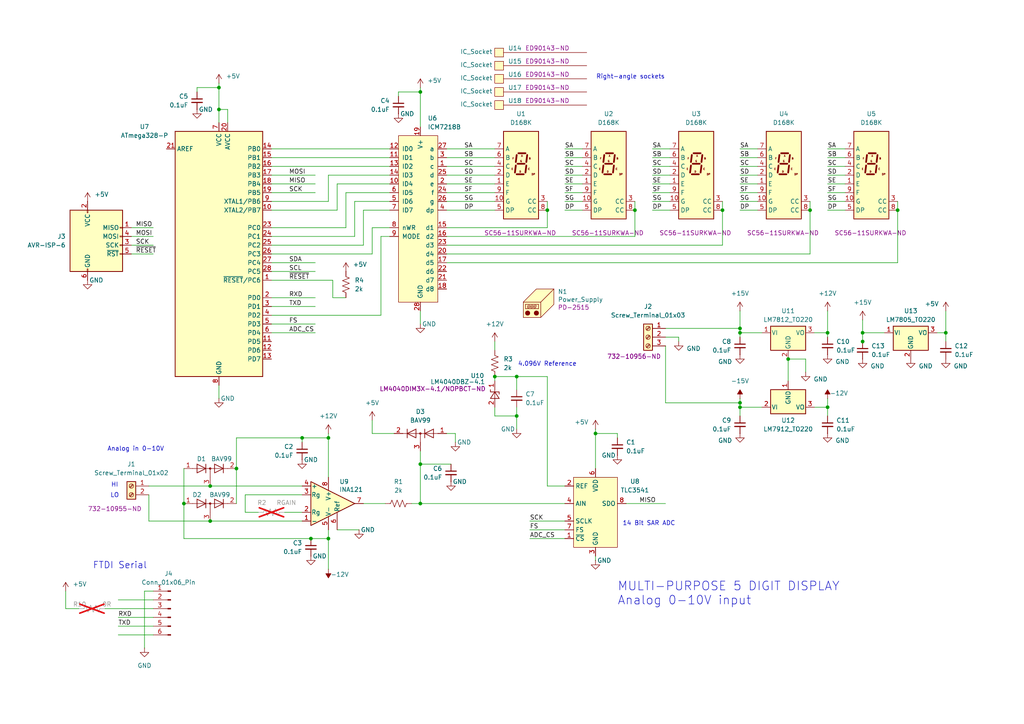
<source format=kicad_sch>
(kicad_sch (version 20250114) (generator "eeschema") (generator_version "9.0")
  (paper "A4")
  (text "14 Bit SAR ADC" (at 188.214 151.892 0) (effects (font (size 1.27 1.27))))
  (text "FTDI Serial" (at 34.798 164.084 0) (effects (font (size 1.905 1.905))))
  (text "LO" (at 33.274 143.764 0) (effects (font (size 1.27 1.27))))
  (text "HI" (at 33.274 140.716 0) (effects (font (size 1.27 1.27))))
  (text "Analog in 0-10V" (at 39.37 130.302 0) (effects (font (size 1.27 1.27))))
  (text "MULTI-PURPOSE 5 DIGIT DISPLAY\nAnalog 0-10V input" (at 179.07 172.212 0) (effects (font (size 2.54 2.54)) (justify left)))
  (text "4.096V Reference" (at 158.75 105.664 0) (effects (font (size 1.27 1.27))))
  (text "Right-angle sockets" (at 182.88 22.352 0) (effects (font (size 1.27 1.27))))
  (junction (at 95.25 156.21))
  (junction (at 90.17 156.21))
  (junction (at 228.6 104.14))
  (junction (at 250.19 96.52))
  (junction (at 214.63 95.25))
  (junction (at 121.92 134.62))
  (junction (at 234.95 60.96))
  (junction (at 60.96 151.13))
  (junction (at 149.86 109.22))
  (junction (at 240.03 118.11))
  (junction (at 214.63 96.52))
  (junction (at 172.72 125.73))
  (junction (at 184.15 60.96))
  (junction (at 63.5 31.75))
  (junction (at 53.34 146.05))
  (junction (at 274.32 96.52))
  (junction (at 143.51 109.22))
  (junction (at 60.96 140.97))
  (junction (at 95.25 127))
  (junction (at 149.86 120.65))
  (junction (at 209.55 60.96))
  (junction (at 250.19 99.06))
  (junction (at 63.5 25.4))
  (junction (at 121.92 26.67))
  (junction (at 214.63 118.11))
  (junction (at 158.75 60.96))
  (junction (at 68.58 135.89))
  (junction (at 121.92 146.05))
  (junction (at 240.03 96.52))
  (junction (at 260.35 60.96))
  (junction (at 87.63 127))
  (junction (at 214.63 116.84))
  (wire (pts (xy 240.03 115.57) (xy 240.03 118.11)))
  (wire (pts (xy 240.03 120.65) (xy 240.03 118.11)))
  (wire (pts (xy 97.79 60.96) (xy 97.79 53.34)))
  (wire (pts (xy 87.63 127) (xy 68.58 127)))
  (wire (pts (xy 129.54 66.04) (xy 158.75 66.04)))
  (wire (pts (xy 240.03 96.52) (xy 236.22 96.52)))
  (wire (pts (xy 95.25 127) (xy 87.63 127)))
  (wire (pts (xy 57.15 25.4) (xy 57.15 26.67)))
  (wire (pts (xy 63.5 31.75) (xy 63.5 35.56)))
  (wire (pts (xy 193.04 97.79) (xy 196.85 97.79)))
  (wire (pts (xy 102.87 58.42) (xy 113.03 58.42)))
  (wire (pts (xy 53.34 135.89) (xy 53.34 146.05)))
  (wire (pts (xy 250.19 96.52) (xy 256.54 96.52)))
  (wire (pts (xy 234.95 58.42) (xy 234.95 60.96)))
  (wire (pts (xy 181.61 146.05) (xy 193.04 146.05)))
  (wire (pts (xy 102.87 68.58) (xy 102.87 58.42)))
  (wire (pts (xy 189.23 60.96) (xy 194.31 60.96)))
  (wire (pts (xy 214.63 120.65) (xy 214.63 118.11)))
  (wire (pts (xy 214.63 116.84) (xy 214.63 118.11)))
  (wire (pts (xy 163.83 60.96) (xy 168.91 60.96)))
  (wire (pts (xy 274.32 90.17) (xy 274.32 96.52)))
  (wire (pts (xy 78.74 66.04) (xy 100.33 66.04)))
  (wire (pts (xy 66.04 35.56) (xy 66.04 31.75)))
  (wire (pts (xy 78.74 53.34) (xy 91.44 53.34)))
  (wire (pts (xy 240.03 118.11) (xy 236.22 118.11)))
  (wire (pts (xy 240.03 58.42) (xy 245.11 58.42)))
  (wire (pts (xy 129.54 58.42) (xy 143.51 58.42)))
  (wire (pts (xy 115.57 26.67) (xy 115.57 27.94)))
  (wire (pts (xy 214.63 48.26) (xy 219.71 48.26)))
  (wire (pts (xy 105.41 60.96) (xy 113.03 60.96)))
  (wire (pts (xy 60.96 140.97) (xy 87.63 140.97)))
  (wire (pts (xy 228.6 104.14) (xy 233.68 104.14)))
  (wire (pts (xy 149.86 109.22) (xy 158.75 109.22)))
  (wire (pts (xy 193.04 116.84) (xy 214.63 116.84)))
  (wire (pts (xy 19.05 171.45) (xy 19.05 176.53)))
  (wire (pts (xy 143.51 120.65) (xy 143.51 118.11)))
  (wire (pts (xy 63.5 25.4) (xy 63.5 31.75)))
  (wire (pts (xy 129.54 60.96) (xy 143.51 60.96)))
  (wire (pts (xy 100.33 66.04) (xy 100.33 55.88)))
  (wire (pts (xy 105.41 71.12) (xy 105.41 60.96)))
  (wire (pts (xy 163.83 53.34) (xy 168.91 53.34)))
  (wire (pts (xy 250.19 96.52) (xy 250.19 99.06)))
  (wire (pts (xy 41.91 171.45) (xy 41.91 187.96)))
  (wire (pts (xy 78.74 68.58) (xy 102.87 68.58)))
  (wire (pts (xy 44.45 171.45) (xy 41.91 171.45)))
  (wire (pts (xy 110.49 68.58) (xy 110.49 91.44)))
  (wire (pts (xy 129.54 45.72) (xy 143.51 45.72)))
  (wire (pts (xy 214.63 95.25) (xy 214.63 96.52)))
  (wire (pts (xy 87.63 143.51) (xy 71.12 143.51)))
  (wire (pts (xy 189.23 53.34) (xy 194.31 53.34)))
  (wire (pts (xy 78.74 60.96) (xy 97.79 60.96)))
  (wire (pts (xy 240.03 97.79) (xy 240.03 96.52)))
  (wire (pts (xy 63.5 111.76) (xy 63.5 115.57)))
  (wire (pts (xy 78.74 43.18) (xy 113.03 43.18)))
  (wire (pts (xy 228.6 104.14) (xy 228.6 110.49)))
  (wire (pts (xy 121.92 130.81) (xy 121.92 134.62)))
  (wire (pts (xy 129.54 43.18) (xy 143.51 43.18)))
  (wire (pts (xy 214.63 53.34) (xy 219.71 53.34)))
  (wire (pts (xy 121.92 146.05) (xy 163.83 146.05)))
  (wire (pts (xy 78.74 55.88) (xy 91.44 55.88)))
  (wire (pts (xy 214.63 58.42) (xy 219.71 58.42)))
  (wire (pts (xy 43.18 151.13) (xy 60.96 151.13)))
  (wire (pts (xy 184.15 58.42) (xy 184.15 60.96)))
  (wire (pts (xy 129.54 68.58) (xy 184.15 68.58)))
  (wire (pts (xy 132.08 125.73) (xy 132.08 128.27)))
  (wire (pts (xy 78.74 93.98) (xy 91.44 93.98)))
  (wire (pts (xy 78.74 88.9) (xy 91.44 88.9)))
  (wire (pts (xy 34.29 184.15) (xy 44.45 184.15)))
  (wire (pts (xy 66.04 31.75) (xy 63.5 31.75)))
  (wire (pts (xy 163.83 58.42) (xy 168.91 58.42)))
  (wire (pts (xy 149.86 109.22) (xy 149.86 113.03)))
  (wire (pts (xy 90.17 156.21) (xy 95.25 156.21)))
  (wire (pts (xy 38.1 68.58) (xy 44.45 68.58)))
  (wire (pts (xy 189.23 58.42) (xy 194.31 58.42)))
  (wire (pts (xy 95.25 58.42) (xy 95.25 50.8)))
  (wire (pts (xy 68.58 127) (xy 68.58 135.89)))
  (wire (pts (xy 78.74 73.66) (xy 107.95 73.66)))
  (wire (pts (xy 209.55 58.42) (xy 209.55 60.96)))
  (wire (pts (xy 30.48 176.53) (xy 44.45 176.53)))
  (wire (pts (xy 121.92 134.62) (xy 121.92 146.05)))
  (wire (pts (xy 209.55 60.96) (xy 209.55 71.12)))
  (wire (pts (xy 107.95 121.92) (xy 107.95 125.73)))
  (wire (pts (xy 78.74 45.72) (xy 113.03 45.72)))
  (wire (pts (xy 121.92 26.67) (xy 121.92 36.83)))
  (wire (pts (xy 95.25 50.8) (xy 113.03 50.8)))
  (wire (pts (xy 71.12 148.59) (xy 74.93 148.59)))
  (wire (pts (xy 240.03 55.88) (xy 245.11 55.88)))
  (wire (pts (xy 34.29 179.07) (xy 44.45 179.07)))
  (wire (pts (xy 158.75 58.42) (xy 158.75 60.96)))
  (wire (pts (xy 121.92 25.4) (xy 121.92 26.67)))
  (wire (pts (xy 193.04 95.25) (xy 214.63 95.25)))
  (wire (pts (xy 63.5 24.13) (xy 63.5 25.4)))
  (wire (pts (xy 78.74 71.12) (xy 105.41 71.12)))
  (wire (pts (xy 189.23 55.88) (xy 194.31 55.88)))
  (wire (pts (xy 129.54 53.34) (xy 143.51 53.34)))
  (wire (pts (xy 189.23 43.18) (xy 194.31 43.18)))
  (wire (pts (xy 43.18 143.51) (xy 43.18 151.13)))
  (wire (pts (xy 163.83 55.88) (xy 168.91 55.88)))
  (wire (pts (xy 38.1 66.04) (xy 44.45 66.04)))
  (wire (pts (xy 60.96 151.13) (xy 87.63 151.13)))
  (wire (pts (xy 189.23 50.8) (xy 194.31 50.8)))
  (wire (pts (xy 121.92 90.17) (xy 121.92 93.98)))
  (wire (pts (xy 179.07 125.73) (xy 179.07 127)))
  (wire (pts (xy 129.54 125.73) (xy 132.08 125.73)))
  (wire (pts (xy 240.03 48.26) (xy 245.11 48.26)))
  (wire (pts (xy 107.95 66.04) (xy 113.03 66.04)))
  (wire (pts (xy 184.15 60.96) (xy 184.15 68.58)))
  (wire (pts (xy 143.51 109.22) (xy 149.86 109.22)))
  (wire (pts (xy 143.51 120.65) (xy 149.86 120.65)))
  (wire (pts (xy 63.5 25.4) (xy 57.15 25.4)))
  (wire (pts (xy 38.1 71.12) (xy 44.45 71.12)))
  (wire (pts (xy 172.72 125.73) (xy 172.72 135.89)))
  (wire (pts (xy 214.63 115.57) (xy 214.63 116.84)))
  (wire (pts (xy 149.86 118.11) (xy 149.86 120.65)))
  (wire (pts (xy 105.41 146.05) (xy 111.76 146.05)))
  (wire (pts (xy 97.79 153.67) (xy 104.14 153.67)))
  (wire (pts (xy 19.05 176.53) (xy 22.86 176.53)))
  (wire (pts (xy 214.63 45.72) (xy 219.71 45.72)))
  (wire (pts (xy 214.63 55.88) (xy 219.71 55.88)))
  (wire (pts (xy 172.72 124.46) (xy 172.72 125.73)))
  (wire (pts (xy 153.67 153.67) (xy 163.83 153.67)))
  (wire (pts (xy 129.54 55.88) (xy 143.51 55.88)))
  (wire (pts (xy 214.63 60.96) (xy 219.71 60.96)))
  (wire (pts (xy 163.83 45.72) (xy 168.91 45.72)))
  (wire (pts (xy 121.92 134.62) (xy 130.81 134.62)))
  (wire (pts (xy 119.38 146.05) (xy 121.92 146.05)))
  (wire (pts (xy 240.03 60.96) (xy 245.11 60.96)))
  (wire (pts (xy 214.63 118.11) (xy 220.98 118.11)))
  (wire (pts (xy 250.19 99.06) (xy 250.19 99.1438)))
  (wire (pts (xy 189.23 45.72) (xy 194.31 45.72)))
  (wire (pts (xy 107.95 125.73) (xy 114.3 125.73)))
  (wire (pts (xy 110.49 91.44) (xy 78.74 91.44)))
  (wire (pts (xy 214.63 97.79) (xy 214.63 96.52)))
  (wire (pts (xy 158.75 109.22) (xy 158.75 140.97)))
  (wire (pts (xy 96.52 86.36) (xy 100.33 86.36)))
  (wire (pts (xy 95.25 127) (xy 95.25 138.43)))
  (wire (pts (xy 163.83 48.26) (xy 168.91 48.26)))
  (wire (pts (xy 96.52 81.28) (xy 96.52 86.36)))
  (wire (pts (xy 143.51 110.49) (xy 143.51 109.22)))
  (wire (pts (xy 78.74 76.2) (xy 91.44 76.2)))
  (wire (pts (xy 153.67 151.13) (xy 163.83 151.13)))
  (wire (pts (xy 214.63 96.52) (xy 220.98 96.52)))
  (wire (pts (xy 34.29 181.61) (xy 44.45 181.61)))
  (wire (pts (xy 97.79 53.34) (xy 113.03 53.34)))
  (wire (pts (xy 53.34 156.21) (xy 90.17 156.21)))
  (wire (pts (xy 153.67 156.21) (xy 163.83 156.21)))
  (wire (pts (xy 129.54 73.66) (xy 234.95 73.66)))
  (wire (pts (xy 129.54 71.12) (xy 209.55 71.12)))
  (wire (pts (xy 172.72 125.73) (xy 179.07 125.73)))
  (wire (pts (xy 129.54 48.26) (xy 143.51 48.26)))
  (wire (pts (xy 196.85 97.79) (xy 196.85 99.06)))
  (wire (pts (xy 71.12 143.51) (xy 71.12 148.59)))
  (wire (pts (xy 87.63 127) (xy 87.63 128.27)))
  (wire (pts (xy 34.29 173.99) (xy 44.45 173.99)))
  (wire (pts (xy 233.68 104.14) (xy 233.68 107.95)))
  (wire (pts (xy 271.78 96.52) (xy 274.32 96.52)))
  (wire (pts (xy 78.74 58.42) (xy 95.25 58.42)))
  (wire (pts (xy 82.55 148.59) (xy 87.63 148.59)))
  (wire (pts (xy 78.74 96.52) (xy 91.44 96.52)))
  (wire (pts (xy 95.25 156.21) (xy 95.25 153.67)))
  (wire (pts (xy 260.35 60.96) (xy 260.35 76.2)))
  (wire (pts (xy 163.83 43.18) (xy 168.91 43.18)))
  (wire (pts (xy 78.74 86.36) (xy 91.44 86.36)))
  (wire (pts (xy 95.25 125.73) (xy 95.25 127)))
  (wire (pts (xy 43.18 140.97) (xy 60.96 140.97)))
  (wire (pts (xy 68.58 135.89) (xy 68.58 146.05)))
  (wire (pts (xy 158.75 60.96) (xy 158.75 66.04)))
  (wire (pts (xy 234.95 60.96) (xy 234.95 73.66)))
  (wire (pts (xy 240.03 50.8) (xy 245.11 50.8)))
  (wire (pts (xy 113.03 68.58) (xy 110.49 68.58)))
  (wire (pts (xy 78.74 81.28) (xy 96.52 81.28)))
  (wire (pts (xy 38.1 73.66) (xy 44.45 73.66)))
  (wire (pts (xy 78.74 48.26) (xy 113.03 48.26)))
  (wire (pts (xy 143.51 99.06) (xy 143.51 101.6)))
  (wire (pts (xy 260.35 58.42) (xy 260.35 60.96)))
  (wire (pts (xy 193.04 100.33) (xy 193.04 116.84)))
  (wire (pts (xy 189.23 48.26) (xy 194.31 48.26)))
  (wire (pts (xy 107.95 73.66) (xy 107.95 66.04)))
  (wire (pts (xy 100.33 55.88) (xy 113.03 55.88)))
  (wire (pts (xy 129.54 50.8) (xy 143.51 50.8)))
  (wire (pts (xy 240.03 45.72) (xy 245.11 45.72)))
  (wire (pts (xy 240.03 53.34) (xy 245.11 53.34)))
  (wire (pts (xy 121.92 26.67) (xy 115.57 26.67)))
  (wire (pts (xy 78.74 50.8) (xy 91.44 50.8)))
  (wire (pts (xy 158.75 140.97) (xy 163.83 140.97)))
  (wire (pts (xy 250.19 92.7938) (xy 250.19 96.52)))
  (wire (pts (xy 214.63 90.17) (xy 214.63 95.25)))
  (wire (pts (xy 78.74 78.74) (xy 91.44 78.74)))
  (wire (pts (xy 240.03 90.17) (xy 240.03 96.52)))
  (wire (pts (xy 214.63 50.8) (xy 219.71 50.8)))
  (wire (pts (xy 214.63 43.18) (xy 219.71 43.18)))
  (wire (pts (xy 163.83 50.8) (xy 168.91 50.8)))
  (wire (pts (xy 274.32 99.06) (xy 274.32 96.52)))
  (wire (pts (xy 240.03 43.18) (xy 245.11 43.18)))
  (wire (pts (xy 129.54 76.2) (xy 260.35 76.2)))
  (wire (pts (xy 53.34 146.05) (xy 53.34 156.21)))
  (wire (pts (xy 149.86 120.65) (xy 149.86 124.46)))
  (wire (pts (xy 172.72 161.29) (xy 172.72 162.56)))
  (wire (pts (xy 95.25 165.1) (xy 95.25 156.21)))
  (label "DP" (at 189.23 60.96 0))
  (label "SB" (at 134.62 45.72 0))
  (label "TXD" (at 34.29 181.61 0))
  (label "RXD" (at 83.82 86.36 0))
  (label "DP" (at 134.62 60.96 0))
  (label "SE" (at 214.63 53.34 0))
  (label "~{RESET}" (at 83.82 81.28 0))
  (label "SG" (at 134.62 58.42 0))
  (label "SD" (at 163.83 50.8 0))
  (label "FS" (at 153.67 153.67 0))
  (label "SE" (at 189.23 53.34 0))
  (label "MOSI" (at 83.82 50.8 0))
  (label "RXD" (at 34.29 179.07 0))
  (label "SE" (at 240.03 53.34 0))
  (label "SCK" (at 153.67 151.13 0))
  (label "DP" (at 214.63 60.96 0))
  (label "ADC_CS" (at 83.82 96.52 0))
  (label "SE" (at 163.83 53.34 0))
  (label "SG" (at 163.83 58.42 0))
  (label "SCK" (at 39.37 71.12 0))
  (label "SD" (at 240.03 50.8 0))
  (label "SE" (at 134.62 53.34 0))
  (label "SC" (at 214.63 48.26 0))
  (label "SD" (at 189.23 50.8 0))
  (label "SG" (at 240.03 58.42 0))
  (label "MOSI" (at 39.37 68.58 0))
  (label "FS" (at 83.82 93.98 0))
  (label "DP" (at 240.03 60.96 0))
  (label "SA" (at 214.63 43.18 0))
  (label "SA" (at 240.03 43.18 0))
  (label "SF" (at 163.83 55.88 0))
  (label "SF" (at 214.63 55.88 0))
  (label "TXD" (at 83.82 88.9 0))
  (label "SA" (at 163.83 43.18 0))
  (label "SB" (at 189.23 45.72 0))
  (label "SCL" (at 83.82 78.74 0))
  (label "SF" (at 240.03 55.88 0))
  (label "SG" (at 189.23 58.42 0))
  (label "SC" (at 189.23 48.26 0))
  (label "SA" (at 134.62 43.18 0))
  (label "SA" (at 189.23 43.18 0))
  (label "SC" (at 134.62 48.26 0))
  (label "SD" (at 214.63 50.8 0))
  (label "ADC_CS" (at 153.67 156.21 0))
  (label "SG" (at 214.63 58.42 0))
  (label "SC" (at 240.03 48.26 0))
  (label "MISO" (at 39.37 66.04 0))
  (label "MISO" (at 185.42 146.05 0))
  (label "DP" (at 163.83 60.96 0))
  (label "SB" (at 163.83 45.72 0))
  (label "SD" (at 134.62 50.8 0))
  (label "SDA" (at 83.82 76.2 0))
  (label "SF" (at 134.62 55.88 0))
  (label "SF" (at 189.23 55.88 0))
  (label "SB" (at 214.63 45.72 0))
  (label "~{RESET}" (at 39.37 73.66 0))
  (label "SC" (at 163.83 48.26 0))
  (label "MISO" (at 83.82 53.34 0))
  (label "SCK" (at 83.82 55.88 0))
  (label "SB" (at 240.03 45.72 0))
  (symbol (lib_id "power:+5V") (at 25.4 58.42 0) (unit 1)
    (property "Reference" "#PWR036" (effects (hide yes)))
    (property "Value" "+5V" (at 29.464 56.388 0))
    (property "Description" "Power symbol creates a global label with name \"+5V\"" (effects (hide yes)))
  )
  (symbol (lib_id "power:GND") (at 57.15 31.75 0) (unit 1)
    (property "Reference" "#PWR014" (effects (hide yes)))
    (property "Value" "GND" (at 59.69 31.75 0))
    (property "Description" "Power symbol creates a global label with name \"GND\" , ground" (effects (hide yes)))
  )
  (symbol (lib_id "power:GND") (at 87.63 133.35 0) (unit 1)
    (property "Reference" "#PWR08" (effects (hide yes)))
    (property "Value" "GND" (at 90.17 133.35 0))
    (property "Description" "Power symbol creates a global label with name \"GND\" , ground" (effects (hide yes)))
  )
  (symbol (lib_id "power:GND") (at 104.14 153.67 0) (unit 1)
    (property "Reference" "#PWR019" (effects (hide yes)))
    (property "Value" "GND" (at 106.68 153.67 0))
    (property "Description" "Power symbol creates a global label with name \"GND\" , ground" (effects (hide yes)))
  )
  (symbol (lib_id "power:+5V") (at 100.33 78.74 0) (unit 1)
    (property "Reference" "#PWR035" (effects (hide yes)))
    (property "Value" "+5V" (at 104.394 76.708 0))
    (property "Description" "Power symbol creates a global label with name \"+5V\"" (effects (hide yes)))
  )
  (symbol (lib_id "power:+15V") (at 214.63 90.17 0) (unit 1)
    (property "Reference" "#PWR027" (effects (hide yes)))
    (property "Value" "+15V" (at 214.63 85.09 0))
    (property "Description" "Power symbol creates a global label with name \"+15V\"" (effects (hide yes)))
  )
  (symbol (lib_id "Display_Character:D168K") (at 176.53 50.8 0) (unit 1)
    (property "Reference" "U2" (at 176.53 33.02 0))
    (property "Value" "D168K" (at 176.53 35.56 0))
    (property "Footprint" "Package_DIP:DIP-10_W7.62mm_LongPads" (effects (hide yes)))
    (property "Datasheet" "https://www.kingbrightusa.com/images/catalog/SPEC/SC56-11SURKWA.pdf" (effects (hide yes)))
    (property "Description" "One digit 7 segment ultra bright red LED, low current, common cathode" (effects (hide yes)))
    (property "CatNo" "SC56-11SURKWA-ND" (at 176.276 67.564 0))
  )
  (symbol (lib_id "Connector:Conn_01x06_Pin") (at 49.53 176.53 0) (mirror y) (unit 1)
    (property "Reference" "J4" (at 48.895 166.37 0))
    (property "Value" "Conn_01x06_Pin" (at 48.895 168.91 0))
    (property "Footprint" "Connector_PinHeader_2.54mm:PinHeader_1x06_P2.54mm_Horizontal" (effects (hide yes)))
    (property "CatNo" "2057-PH1RB-06-UA-ND" (effects (hide yes)))
    (property "Vendor" "DigiKey" (effects (hide yes)))
    (property "DigikeyNumber" "2057-PH1RB-06-UA-ND" (effects (hide yes)))
    (property "ManufacturerNumber" "PH1RB-06-UA" (effects (hide yes)))
  )
  (symbol (lib_id "power:-12V") (at 240.03 115.57 0) (mirror y) (unit 1)
    (property "Reference" "#PWR031" (effects (hide yes)))
    (property "Value" "-12V" (at 243.332 114.046 0))
    (property "Description" "Power symbol creates a global label with name \"-12V\"" (effects (hide yes)))
  )
  (symbol (lib_id "Device:C_Small") (at 90.17 158.75 0) (mirror y) (unit 1)
    (property "Reference" "C3" (at 87.63 157.4862 0) (effects (justify left)))
    (property "Value" "0.1uF" (at 87.63 160.0262 0) (effects (justify left)))
    (property "Footprint" "Capacitor_SMD:C_1206_3216Metric_Pad1.33x1.80mm_HandSolder" (effects (hide yes)))
    (property "Description" "Unpolarized capacitor, small symbol" (effects (hide yes)))
    (property "CatNo" "399-C1206C104K5RACTUCT-ND" (effects (hide yes)))
  )
  (symbol (lib_id "power:-15V") (at 214.63 115.57 0) (unit 1)
    (property "Reference" "#PWR029" (effects (hide yes)))
    (property "Value" "-15V" (at 214.63 110.49 0))
    (property "Description" "Power symbol creates a global label with name \"-15V\"" (effects (hide yes)))
  )
  (symbol (lib_id "misc_bom:BOM_item") (at 144.78 15.24 0) (unit 1) (on_board no)
    (property "Reference" "U14" (at 149.352 13.97 0))
    (property "Value" "IC_Socket" (at 138.176 14.986 0))
    (property "CatNo" "ED90143-ND" (at 158.75 13.97 0))
    (property "Vendor" "Vendor" (effects (hide yes)))
  )
  (symbol (lib_id "Device:R_US") (at 26.67 176.53 90) (unit 1) (in_bom no) (dnp yes)
    (property "Reference" "R10" (at 23.114 175.26 90))
    (property "Value" "0R" (at 30.988 175.26 90))
    (property "Footprint" "Resistor_SMD:R_1206_3216Metric_Pad1.30x1.75mm_HandSolder" (effects (hide yes)))
    (property "Description" "Resistor, US symbol" (effects (hide yes)))
    (property "Vendor" "DigiKey" (effects (hide yes)))
  )
  (symbol (lib_id "power:GND") (at 130.81 139.7 0) (unit 1)
    (property "Reference" "#PWR016" (effects (hide yes)))
    (property "Value" "GND" (at 133.35 139.7 0))
    (property "Description" "Power symbol creates a global label with name \"GND\" , ground" (effects (hide yes)))
  )
  (symbol (lib_id "Device:C_Small") (at 214.63 123.19 0) (mirror y) (unit 1)
    (property "Reference" "C9" (at 212.09 121.9262 0) (effects (justify left)))
    (property "Value" "0.1uF" (at 212.09 124.4662 0) (effects (justify left)))
    (property "Footprint" "Capacitor_SMD:C_1206_3216Metric_Pad1.33x1.80mm_HandSolder" (effects (hide yes)))
    (property "Description" "Unpolarized capacitor, small symbol" (effects (hide yes)))
    (property "CatNo" "399-C1206C104K5RACTUCT-ND" (effects (hide yes)))
  )
  (symbol (lib_id "Diode:BAV99") (at 121.92 125.73 0) (mirror y) (unit 1)
    (property "Reference" "D3" (at 121.92 119.38 0))
    (property "Value" "BAV99" (at 121.92 121.92 0))
    (property "Footprint" "Package_TO_SOT_SMD:SOT-23" (effects (hide yes)))
    (property "Datasheet" "https://assets.nexperia.com/documents/data-sheet/BAV99_SER.pdf" (effects (hide yes)))
    (property "Description" "BAV99 High-speed switching diodes, SOT-23" (effects (hide yes)))
    (property "CatNo" "1655-BAV99CT-ND" (effects (hide yes)))
  )
  (symbol (lib_id "power:+15V") (at 250.19 92.7938 0) (unit 1)
    (property "Reference" "#PWR028" (effects (hide yes)))
    (property "Value" "+15V" (at 250.19 87.7138 0))
    (property "Description" "Power symbol creates a global label with name \"+15V\"" (effects (hide yes)))
  )
  (symbol (lib_id "power:GND") (at 240.03 102.87 0) (mirror y) (unit 1)
    (property "Reference" "#PWR022" (effects (hide yes)))
    (property "Value" "GND" (at 244.348 104.902 0))
    (property "Description" "Power symbol creates a global label with name \"GND\" , ground" (effects (hide yes)))
  )
  (symbol (lib_id "power:GND") (at 250.19 104.14 0) (mirror y) (unit 1)
    (property "Reference" "#PWR026" (effects (hide yes)))
    (property "Value" "GND" (at 254.508 106.172 0))
    (property "Description" "Power symbol creates a global label with name \"GND\" , ground" (effects (hide yes)))
  )
  (symbol (lib_id "TLC3541:TLC3541") (at 166.37 146.05 0) (unit 1)
    (property "Reference" "U8" (at 184.15 139.6298 0))
    (property "Value" "TLC3541" (at 184.15 142.1698 0))
    (property "Footprint" "Package_SO:SO-8_3.9x4.9mm_P1.27mm" (effects (hide yes)))
    (property "CatNo" "296-12498-5-ND" (effects (hide yes)))
  )
  (symbol (lib_id "power:GND") (at 90.17 161.29 0) (unit 1)
    (property "Reference" "#PWR09" (effects (hide yes)))
    (property "Value" "GND" (at 92.71 161.29 0))
    (property "Description" "Power symbol creates a global label with name \"GND\" , ground" (effects (hide yes)))
  )
  (symbol (lib_id "power:-12V") (at 95.25 165.1 180) (unit 1)
    (property "Reference" "#PWR07" (effects (hide yes)))
    (property "Value" "-12V" (at 98.552 166.624 0))
    (property "Description" "Power symbol creates a global label with name \"-12V\"" (effects (hide yes)))
  )
  (symbol (lib_id "Device:R_US") (at 143.51 105.41 180) (unit 1)
    (property "Reference" "R3" (at 146.05 104.1399 0) (effects (justify right)))
    (property "Value" "2k" (at 146.05 106.6799 0) (effects (justify right)))
    (property "Footprint" "Resistor_SMD:R_1206_3216Metric_Pad1.30x1.75mm_HandSolder" (effects (hide yes)))
    (property "Description" "Resistor, US symbol" (effects (hide yes)))
    (property "CatNo" "RMCF1206FT2K00CT-ND" (effects (hide yes)))
  )
  (symbol (lib_id "Device:R_US") (at 78.74 148.59 90) (unit 1) (in_bom no) (dnp yes)
    (property "Reference" "R2" (at 75.946 145.796 90))
    (property "Value" "RGAIN" (at 83.058 145.796 90))
    (property "Footprint" "Resistor_SMD:R_1206_3216Metric_Pad1.30x1.75mm_HandSolder" (effects (hide yes)))
    (property "Description" "Resistor, US symbol" (effects (hide yes)))
  )
  (symbol (lib_id "power:GND") (at 25.4 81.28 0) (unit 1)
    (property "Reference" "#PWR037" (effects (hide yes)))
    (property "Value" "GND" (at 27.94 81.28 0))
    (property "Description" "Power symbol creates a global label with name \"GND\" , ground" (effects (hide yes)))
  )
  (symbol (lib_id "Display_Character:D168K") (at 201.93 50.8 0) (unit 1)
    (property "Reference" "U3" (at 201.93 33.02 0))
    (property "Value" "D168K" (at 201.93 35.56 0))
    (property "Footprint" "Package_DIP:DIP-10_W7.62mm_LongPads" (effects (hide yes)))
    (property "Datasheet" "https://www.kingbrightusa.com/images/catalog/SPEC/SC56-11SURKWA.pdf" (effects (hide yes)))
    (property "Description" "One digit 7 segment ultra bright red LED, low current, common cathode" (effects (hide yes)))
    (property "CatNo" "SC56-11SURKWA-ND" (at 201.676 67.564 0))
  )
  (symbol (lib_id "misc_bom:BOM_item") (at 144.78 22.86 0) (unit 1) (on_board no)
    (property "Reference" "U16" (at 149.352 21.59 0))
    (property "Value" "IC_Socket" (at 138.176 22.606 0))
    (property "CatNo" "ED90143-ND" (at 158.75 21.59 0))
    (property "Vendor" "Vendor" (effects (hide yes)))
  )
  (symbol (lib_id "Regulator_Linear:LM7812_TO220") (at 228.6 96.52 0) (unit 1)
    (property "Reference" "U11" (at 228.6 90.17 0))
    (property "Value" "LM7812_TO220" (at 228.6 92.71 0))
    (property "Footprint" "Package_TO_SOT_THT:TO-220-3_Vertical" (effects (hide yes)))
    (property "Datasheet" "https://www.onsemi.cn/PowerSolutions/document/MC7800-D.PDF" (effects (hide yes)))
    (property "Description" "Positive 1A 35V Linear Regulator, Fixed Output 12V, TO-220" (effects (hide yes)))
    (property "CatNo" "296-50628-ND" (effects (hide yes)))
  )
  (symbol (lib_id "power:GND") (at 115.57 33.02 0) (unit 1)
    (property "Reference" "#PWR012" (effects (hide yes)))
    (property "Value" "GND" (at 118.11 33.02 0))
    (property "Description" "Power symbol creates a global label with name \"GND\" , ground" (effects (hide yes)))
  )
  (symbol (lib_id "Regulator_Linear:LM7805_TO220") (at 264.16 96.52 0) (unit 1)
    (property "Reference" "U13" (at 264.16 90.17 0))
    (property "Value" "LM7805_TO220" (at 264.16 92.71 0))
    (property "Footprint" "Package_TO_SOT_THT:TO-220-3_Vertical" (effects (hide yes)))
    (property "Datasheet" "https://www.onsemi.cn/PowerSolutions/document/MC7800-D.PDF" (effects (hide yes)))
    (property "Description" "Positive 1A 35V Linear Regulator, Fixed Output 5V, TO-220" (effects (hide yes)))
    (property "CatNo" "296-47192-ND" (effects (hide yes)))
  )
  (symbol (lib_id "power:GND") (at 179.07 132.08 0) (mirror y) (unit 1)
    (property "Reference" "#PWR05" (effects (hide yes)))
    (property "Value" "GND" (at 176.53 132.08 0))
    (property "Description" "Power symbol creates a global label with name \"GND\" , ground" (effects (hide yes)))
  )
  (symbol (lib_id "power:GND") (at 41.91 187.96 0) (unit 1)
    (property "Reference" "#PWR039" (effects (hide yes)))
    (property "Value" "GND" (at 41.91 193.04 0))
    (property "Description" "Power symbol creates a global label with name \"GND\" , ground" (effects (hide yes)))
  )
  (symbol (lib_id "Connector:Screw_Terminal_01x02") (at 38.1 140.97 0) (mirror y) (unit 1)
    (property "Reference" "J1" (at 38.1 134.62 0))
    (property "Value" "Screw_Terminal_01x02" (at 38.1 137.16 0))
    (property "Footprint" "models:691137710002" (effects (hide yes)))
    (property "Description" "Generic screw terminal, single row, 01x02, script generated (kicad-library-utils/schlib/autogen/connector/)" (effects (hide yes)))
    (property "CatNo" "732-10955-ND" (at 33.274 147.574 0))
  )
  (symbol (lib_id "Mechanical:Housing") (at 157.48 87.63 0) (unit 1) (on_board no)
    (property "Reference" "N1" (at 161.798 84.582 0) (effects (justify left)))
    (property "Value" "Power_Supply" (at 161.798 86.868 0) (effects (justify left)))
    (property "Description" "Housing" (effects (hide yes)))
    (property "CatNo" "PD-2515" (at 166.37 89.154 0))
  )
  (symbol (lib_id "Connector:Screw_Terminal_01x03") (at 187.96 97.79 0) (mirror y) (unit 1)
    (property "Reference" "J2" (at 187.96 88.9 0))
    (property "Value" "Screw_Terminal_01x03" (at 187.96 91.44 0))
    (property "Footprint" "models:3-pin-terminal" (effects (hide yes)))
    (property "Description" "Generic screw terminal, single row, 01x03, script generated (kicad-library-utils/schlib/autogen/connector/)" (effects (hide yes)))
    (property "CatNo" "732-10956-ND" (at 183.896 103.378 0))
  )
  (symbol (lib_id "Device:R_US") (at 115.57 146.05 90) (unit 1)
    (property "Reference" "R1" (at 115.57 139.7 90))
    (property "Value" "2k" (at 115.57 142.24 90))
    (property "Footprint" "Resistor_SMD:R_1206_3216Metric_Pad1.30x1.75mm_HandSolder" (effects (hide yes)))
    (property "Description" "Resistor, US symbol" (effects (hide yes)))
    (property "CatNo" "RMCF1206FT2K00CT-ND" (effects (hide yes)))
  )
  (symbol (lib_id "power:GND") (at 63.5 115.57 0) (unit 1)
    (property "Reference" "#PWR013" (effects (hide yes)))
    (property "Value" "GND" (at 66.04 115.57 0))
    (property "Description" "Power symbol creates a global label with name \"GND\" , ground" (effects (hide yes)))
  )
  (symbol (lib_id "Display_Character:D168K") (at 252.73 50.8 0) (unit 1)
    (property "Reference" "U5" (at 252.73 33.02 0))
    (property "Value" "D168K" (at 252.73 35.56 0))
    (property "Footprint" "Package_DIP:DIP-10_W7.62mm_LongPads" (effects (hide yes)))
    (property "Datasheet" "https://www.kingbrightusa.com/images/catalog/SPEC/SC56-11SURKWA.pdf" (effects (hide yes)))
    (property "Description" "One digit 7 segment ultra bright red LED, low current, common cathode" (effects (hide yes)))
    (property "CatNo" "SC56-11SURKWA-ND" (at 252.476 67.564 0))
  )
  (symbol (lib_id "power:+5V") (at 107.95 121.92 0) (unit 1)
    (property "Reference" "#PWR01" (effects (hide yes)))
    (property "Value" "+5V" (at 107.95 116.84 0))
    (property "Description" "Power symbol creates a global label with name \"+5V\"" (effects (hide yes)))
  )
  (symbol (lib_id "power:GND") (at 214.63 125.73 0) (unit 1)
    (property "Reference" "#PWR021" (effects (hide yes)))
    (property "Value" "GND" (at 210.312 127.762 0))
    (property "Description" "Power symbol creates a global label with name \"GND\" , ground" (effects (hide yes)))
  )
  (symbol (lib_id "power:+12V") (at 143.51 99.06 0) (unit 1)
    (property "Reference" "#PWR018" (effects (hide yes)))
    (property "Value" "+12V" (at 143.51 93.98 0))
    (property "Description" "Power symbol creates a global label with name \"+12V\"" (effects (hide yes)))
  )
  (symbol (lib_id "power:GND") (at 149.86 124.46 0) (mirror y) (unit 1)
    (property "Reference" "#PWR017" (effects (hide yes)))
    (property "Value" "GND" (at 147.32 124.46 0))
    (property "Description" "Power symbol creates a global label with name \"GND\" , ground" (effects (hide yes)))
  )
  (symbol (lib_id "Device:C_Small") (at 250.19 101.6 0) (unit 1)
    (property "Reference" "C13" (at 252.73 100.3362 0) (effects (justify left)))
    (property "Value" "0.1uF" (at 252.73 102.8762 0) (effects (justify left)))
    (property "Footprint" "Capacitor_SMD:C_1206_3216Metric_Pad1.33x1.80mm_HandSolder" (effects (hide yes)))
    (property "Description" "Unpolarized capacitor, small symbol" (effects (hide yes)))
    (property "CatNo" "399-C1206C104K5RACTUCT-ND" (effects (hide yes)))
  )
  (symbol (lib_id "Device:R_US") (at 100.33 82.55 180) (unit 1)
    (property "Reference" "R4" (at 102.87 81.2799 0) (effects (justify right)))
    (property "Value" "2k" (at 102.87 83.8199 0) (effects (justify right)))
    (property "Footprint" "Resistor_SMD:R_1206_3216Metric_Pad1.30x1.75mm_HandSolder" (effects (hide yes)))
    (property "Description" "Resistor, US symbol" (effects (hide yes)))
    (property "CatNo" "RMCF1206FT2K00CT-ND" (effects (hide yes)))
  )
  (symbol (lib_id "Diode:BAV99") (at 60.96 135.89 0) (unit 1)
    (property "Reference" "D1" (at 58.42 133.096 0))
    (property "Value" "BAV99" (at 64.262 133.096 0))
    (property "Footprint" "Package_TO_SOT_SMD:SOT-23" (effects (hide yes)))
    (property "Datasheet" "https://assets.nexperia.com/documents/data-sheet/BAV99_SER.pdf" (effects (hide yes)))
    (property "Description" "BAV99 High-speed switching diodes, SOT-23" (effects (hide yes)))
    (property "CatNo" "1655-BAV99CT-ND" (effects (hide yes)))
  )
  (symbol (lib_id "power:GND") (at 274.32 104.14 0) (mirror y) (unit 1)
    (property "Reference" "#PWR025" (effects (hide yes)))
    (property "Value" "GND" (at 278.638 106.172 0))
    (property "Description" "Power symbol creates a global label with name \"GND\" , ground" (effects (hide yes)))
  )
  (symbol (lib_id "misc_bom:BOM_item") (at 144.78 30.48 0) (unit 1) (on_board no)
    (property "Reference" "U18" (at 149.352 29.21 0))
    (property "Value" "IC_Socket" (at 138.176 30.226 0))
    (property "CatNo" "ED90143-ND" (at 158.75 29.21 0))
    (property "Vendor" "Vendor" (effects (hide yes)))
  )
  (symbol (lib_id "power:+5V") (at 63.5 24.13 0) (mirror y) (unit 1)
    (property "Reference" "#PWR015" (effects (hide yes)))
    (property "Value" "+5V" (at 67.564 22.098 0))
    (property "Description" "Power symbol creates a global label with name \"+5V\"" (effects (hide yes)))
  )
  (symbol (lib_id "Reference_Voltage:LM4040DBZ-4.1") (at 143.51 114.3 90) (unit 1)
    (property "Reference" "U10" (at 140.462 108.966 90) (effects (justify left)))
    (property "Value" "LM4040DBZ-4.1" (at 140.716 110.744 90) (effects (justify left)))
    (property "Footprint" "Package_TO_SOT_SMD:SOT-23" (effects (hide yes)))
    (property "Datasheet" "http://www.ti.com/lit/ds/symlink/lm4040-n.pdf" (effects (hide yes)))
    (property "Description" "4.096V Precision Micropower Shunt Voltage Reference, SOT-23" (effects (hide yes)))
    (property "CatNo" "LM4040DIM3X-4.1/NOPBCT-ND" (at 125.476 112.776 90))
  )
  (symbol (lib_id "Device:C_Small") (at 87.63 130.81 0) (mirror y) (unit 1)
    (property "Reference" "C2" (at 85.09 129.5462 0) (effects (justify left)))
    (property "Value" "0.1uF" (at 85.09 132.0862 0) (effects (justify left)))
    (property "Footprint" "Capacitor_SMD:C_1206_3216Metric_Pad1.33x1.80mm_HandSolder" (effects (hide yes)))
    (property "Description" "Unpolarized capacitor, small symbol" (effects (hide yes)))
    (property "CatNo" "399-C1206C104K5RACTUCT-ND" (effects (hide yes)))
  )
  (symbol (lib_id "power:+5V") (at 172.72 124.46 0) (unit 1)
    (property "Reference" "#PWR03" (effects (hide yes)))
    (property "Value" "+5V" (at 168.656 122.428 0))
    (property "Description" "Power symbol creates a global label with name \"+5V\"" (effects (hide yes)))
  )
  (symbol (lib_id "power:+5V") (at 19.05 171.45 0) (mirror y) (unit 1)
    (property "Reference" "#PWR038" (effects (hide yes)))
    (property "Value" "+5V" (at 23.114 169.418 0))
    (property "Description" "Power symbol creates a global label with name \"+5V\"" (effects (hide yes)))
  )
  (symbol (lib_id "power:+12V") (at 240.03 90.17 0) (unit 1)
    (property "Reference" "#PWR030" (effects (hide yes)))
    (property "Value" "+12V" (at 240.03 85.09 0))
    (property "Description" "Power symbol creates a global label with name \"+12V\"" (effects (hide yes)))
  )
  (symbol (lib_id "Device:C_Small") (at 115.57 30.48 0) (mirror y) (unit 1)
    (property "Reference" "C4" (at 113.03 29.2162 0) (effects (justify left)))
    (property "Value" "0.1uF" (at 113.03 31.7562 0) (effects (justify left)))
    (property "Footprint" "Capacitor_SMD:C_1206_3216Metric_Pad1.33x1.80mm_HandSolder" (effects (hide yes)))
    (property "Description" "Unpolarized capacitor, small symbol" (effects (hide yes)))
    (property "CatNo" "399-C1206C104K5RACTUCT-ND" (effects (hide yes)))
  )
  (symbol (lib_id "misc_bom:BOM_item") (at 144.78 26.67 0) (unit 1) (on_board no)
    (property "Reference" "U17" (at 149.352 25.4 0))
    (property "Value" "IC_Socket" (at 138.176 26.416 0))
    (property "CatNo" "ED90143-ND" (at 158.75 25.4 0))
    (property "Vendor" "Vendor" (effects (hide yes)))
  )
  (symbol (lib_id "power:+5V") (at 121.92 25.4 0) (mirror y) (unit 1)
    (property "Reference" "#PWR011" (effects (hide yes)))
    (property "Value" "+5V" (at 125.984 23.368 0))
    (property "Description" "Power symbol creates a global label with name \"+5V\"" (effects (hide yes)))
  )
  (symbol (lib_id "Device:C_Small") (at 214.63 100.33 0) (mirror y) (unit 1)
    (property "Reference" "C8" (at 212.09 99.0662 0) (effects (justify left)))
    (property "Value" "0.1uF" (at 212.09 101.6062 0) (effects (justify left)))
    (property "Footprint" "Capacitor_SMD:C_1206_3216Metric_Pad1.33x1.80mm_HandSolder" (effects (hide yes)))
    (property "Description" "Unpolarized capacitor, small symbol" (effects (hide yes)))
    (property "CatNo" "399-C1206C104K5RACTUCT-ND" (effects (hide yes)))
  )
  (symbol (lib_id "Device:C_Small") (at 149.86 115.57 0) (unit 1)
    (property "Reference" "C7" (at 152.4 114.3062 0) (effects (justify left)))
    (property "Value" "0.1uF" (at 152.4 116.8462 0) (effects (justify left)))
    (property "Footprint" "Capacitor_SMD:C_1206_3216Metric_Pad1.33x1.80mm_HandSolder" (effects (hide yes)))
    (property "Description" "Unpolarized capacitor, small symbol" (effects (hide yes)))
    (property "CatNo" "399-C1206C104K5RACTUCT-ND" (effects (hide yes)))
  )
  (symbol (lib_id "Device:C_Small") (at 179.07 129.54 0) (unit 1)
    (property "Reference" "C1" (at 181.61 128.2762 0) (effects (justify left)))
    (property "Value" "0.1uF" (at 181.61 130.8162 0) (effects (justify left)))
    (property "Footprint" "Capacitor_SMD:C_1206_3216Metric_Pad1.33x1.80mm_HandSolder" (effects (hide yes)))
    (property "Description" "Unpolarized capacitor, small symbol" (effects (hide yes)))
    (property "CatNo" "399-C1206C104K5RACTUCT-ND" (effects (hide yes)))
  )
  (symbol (lib_id "MCU_Microchip_ATmega:ATmega328-P") (at 63.5 73.66 0) (unit 1)
    (property "Reference" "U7" (at 41.91 36.7598 0))
    (property "Value" "ATmega328-P" (at 41.91 39.2998 0))
    (property "Footprint" "Package_DIP:DIP-28_W7.62mm" (effects (hide yes)))
    (property "Datasheet" "http://ww1.microchip.com/downloads/en/DeviceDoc/ATmega328_P%20AVR%20MCU%20with%20picoPower%20Technology%20Data%20Sheet%2040001984A.pdf" (effects (hide yes)))
    (property "Description" "20MHz, 32kB Flash, 2kB SRAM, 1kB EEPROM, DIP-28" (effects (hide yes)))
    (property "CatNo" "ATMEGA328-PU-ND" (effects (hide yes)))
  )
  (symbol (lib_id "power:GND") (at 196.85 99.06 0) (mirror y) (unit 1)
    (property "Reference" "#PWR034" (effects (hide yes)))
    (property "Value" "GND" (at 201.168 101.092 0))
    (property "Description" "Power symbol creates a global label with name \"GND\" , ground" (effects (hide yes)))
  )
  (symbol (lib_id "Display_Character:D168K") (at 227.33 50.8 0) (unit 1)
    (property "Reference" "U4" (at 227.33 33.02 0))
    (property "Value" "D168K" (at 227.33 35.56 0))
    (property "Footprint" "Package_DIP:DIP-10_W7.62mm_LongPads" (effects (hide yes)))
    (property "Datasheet" "https://www.kingbrightusa.com/images/catalog/SPEC/SC56-11SURKWA.pdf" (effects (hide yes)))
    (property "Description" "One digit 7 segment ultra bright red LED, low current, common cathode" (effects (hide yes)))
    (property "CatNo" "SC56-11SURKWA-ND" (at 227.076 67.564 0))
  )
  (symbol (lib_id "power:GND") (at 233.68 107.95 0) (mirror y) (unit 1)
    (property "Reference" "#PWR024" (effects (hide yes)))
    (property "Value" "GND" (at 237.998 109.982 0))
    (property "Description" "Power symbol creates a global label with name \"GND\" , ground" (effects (hide yes)))
  )
  (symbol (lib_id "ICM7218A:ICM7218A") (at 121.92 39.37 0) (unit 1)
    (property "Reference" "U6" (at 124.0633 34.29 0) (effects (justify left)))
    (property "Value" "ICM7218B" (at 124.0633 36.83 0) (effects (justify left)))
    (property "Footprint" "Package_DIP:DIP-28_W7.62mm_LongPads" (effects (hide yes)))
    (property "CatNo" "ICM7218BIPI+-ND" (effects (hide yes)))
  )
  (symbol (lib_id "Display_Character:D168K") (at 151.13 50.8 0) (unit 1)
    (property "Reference" "U1" (at 151.13 33.02 0))
    (property "Value" "D168K" (at 151.13 35.56 0))
    (property "Footprint" "Package_DIP:DIP-10_W7.62mm_LongPads" (effects (hide yes)))
    (property "Datasheet" "https://www.kingbrightusa.com/images/catalog/SPEC/SC56-11SURKWA.pdf" (effects (hide yes)))
    (property "Description" "One digit 7 segment ultra bright red LED, low current, common cathode" (effects (hide yes)))
    (property "CatNo" "SC56-11SURKWA-ND" (at 150.876 67.564 0))
  )
  (symbol (lib_id "power:GND") (at 264.16 104.14 0) (mirror y) (unit 1)
    (property "Reference" "#PWR033" (effects (hide yes)))
    (property "Value" "GND" (at 268.478 106.172 0))
    (property "Description" "Power symbol creates a global label with name \"GND\" , ground" (effects (hide yes)))
  )
  (symbol (lib_id "Diode:BAV99") (at 60.96 146.05 0) (unit 1)
    (property "Reference" "D2" (at 57.15 143.51 0))
    (property "Value" "BAV99" (at 63.754 143.51 0))
    (property "Footprint" "Package_TO_SOT_SMD:SOT-23" (effects (hide yes)))
    (property "Datasheet" "https://assets.nexperia.com/documents/data-sheet/BAV99_SER.pdf" (effects (hide yes)))
    (property "Description" "BAV99 High-speed switching diodes, SOT-23" (effects (hide yes)))
    (property "CatNo" "1655-BAV99CT-ND" (effects (hide yes)))
  )
  (symbol (lib_id "power:+12V") (at 95.25 125.73 0) (unit 1)
    (property "Reference" "#PWR06" (effects (hide yes)))
    (property "Value" "+12V" (at 95.25 120.65 0))
    (property "Description" "Power symbol creates a global label with name \"+12V\"" (effects (hide yes)))
  )
  (symbol (lib_id "Device:C_Small") (at 240.03 100.33 0) (unit 1)
    (property "Reference" "C10" (at 242.57 99.0662 0) (effects (justify left)))
    (property "Value" "0.1uF" (at 242.57 101.6062 0) (effects (justify left)))
    (property "Footprint" "Capacitor_SMD:C_1206_3216Metric_Pad1.33x1.80mm_HandSolder" (effects (hide yes)))
    (property "Description" "Unpolarized capacitor, small symbol" (effects (hide yes)))
    (property "CatNo" "399-C1206C104K5RACTUCT-ND" (effects (hide yes)))
  )
  (symbol (lib_id "power:GND") (at 240.03 125.73 0) (mirror y) (unit 1)
    (property "Reference" "#PWR023" (effects (hide yes)))
    (property "Value" "GND" (at 244.348 127.762 0))
    (property "Description" "Power symbol creates a global label with name \"GND\" , ground" (effects (hide yes)))
  )
  (symbol (lib_id "Device:C_Small") (at 240.03 123.19 0) (unit 1)
    (property "Reference" "C11" (at 242.57 121.9262 0) (effects (justify left)))
    (property "Value" "0.1uF" (at 242.57 124.4662 0) (effects (justify left)))
    (property "Footprint" "Capacitor_SMD:C_1206_3216Metric_Pad1.33x1.80mm_HandSolder" (effects (hide yes)))
    (property "Description" "Unpolarized capacitor, small symbol" (effects (hide yes)))
    (property "CatNo" "399-C1206C104K5RACTUCT-ND" (effects (hide yes)))
  )
  (symbol (lib_id "Device:C_Small") (at 57.15 29.21 0) (mirror y) (unit 1)
    (property "Reference" "C5" (at 54.61 27.9462 0) (effects (justify left)))
    (property "Value" "0.1uF" (at 54.61 30.4862 0) (effects (justify left)))
    (property "Footprint" "Capacitor_SMD:C_1206_3216Metric_Pad1.33x1.80mm_HandSolder" (effects (hide yes)))
    (property "Description" "Unpolarized capacitor, small symbol" (effects (hide yes)))
    (property "CatNo" "399-C1206C104K5RACTUCT-ND" (effects (hide yes)))
  )
  (symbol (lib_id "power:GND") (at 214.63 102.87 0) (unit 1)
    (property "Reference" "#PWR020" (effects (hide yes)))
    (property "Value" "GND" (at 210.312 104.902 0))
    (property "Description" "Power symbol creates a global label with name \"GND\" , ground" (effects (hide yes)))
  )
  (symbol (lib_id "INA121:INA121") (at 95.25 146.05 0) (unit 1)
    (property "Reference" "U9" (at 99.822 139.7 0))
    (property "Value" "INA121" (at 101.854 141.986 0))
    (property "Footprint" "Package_SO:SO-8_3.9x4.9mm_P1.27mm" (effects (hide yes)))
    (property "Datasheet" "http://www.ti.com/lit/ds/symlink/ina128.pdf" (effects (hide yes)))
    (property "Description" "Precision, Low Power Instrumentation Amplifier G = 1 + 50kOhm/Rg, DIP-8/SOIC-8" (effects (hide yes)))
    (property "CatNo" "296-38944-1-ND" (effects (hide yes)))
  )
  (symbol (lib_id "Device:C_Small") (at 274.32 101.6 0) (unit 1)
    (property "Reference" "C12" (at 276.86 100.3362 0) (effects (justify left)))
    (property "Value" "0.1uF" (at 276.86 102.8762 0) (effects (justify left)))
    (property "Footprint" "Capacitor_SMD:C_1206_3216Metric_Pad1.33x1.80mm_HandSolder" (effects (hide yes)))
    (property "Description" "Unpolarized capacitor, small symbol" (effects (hide yes)))
    (property "CatNo" "399-C1206C104K5RACTUCT-ND" (effects (hide yes)))
  )
  (symbol (lib_id "power:GND") (at 121.92 93.98 0) (unit 1)
    (property "Reference" "#PWR010" (effects (hide yes)))
    (property "Value" "GND" (at 124.46 93.98 0))
    (property "Description" "Power symbol creates a global label with name \"GND\" , ground" (effects (hide yes)))
  )
  (symbol (lib_id "power:GND") (at 132.08 128.27 0) (unit 1)
    (property "Reference" "#PWR02" (effects (hide yes)))
    (property "Value" "GND" (at 134.62 128.27 0))
    (property "Description" "Power symbol creates a global label with name \"GND\" , ground" (effects (hide yes)))
  )
  (symbol (lib_id "Regulator_Linear:LM7912_TO220") (at 228.6 118.11 0) (unit 1)
    (property "Reference" "U12" (at 228.6 121.92 0))
    (property "Value" "LM7912_TO220" (at 228.6 124.46 0))
    (property "Footprint" "Package_TO_SOT_THT:TO-220-3_Vertical" (effects (hide yes)))
    (property "Datasheet" "hhttps://www.onsemi.com/pub/Collateral/MC7900-D.PDF" (effects (hide yes)))
    (property "Description" "Negative 1A 35V Linear Regulator, Fixed Output 12V, TO-220" (effects (hide yes)))
    (property "CatNo" "LM7912CT/NOPB-ND" (effects (hide yes)))
  )
  (symbol (lib_id "power:+5V") (at 274.32 90.17 0) (unit 1)
    (property "Reference" "#PWR032" (effects (hide yes)))
    (property "Value" "+5V" (at 270.256 88.138 0))
    (property "Description" "Power symbol creates a global label with name \"+5V\"" (effects (hide yes)))
  )
  (symbol (lib_id "misc_bom:BOM_item") (at 144.78 19.05 0) (unit 1) (on_board no)
    (property "Reference" "U15" (at 149.352 17.78 0))
    (property "Value" "IC_Socket" (at 138.176 18.796 0))
    (property "CatNo" "ED90143-ND" (at 158.75 17.78 0))
    (property "Vendor" "Vendor" (effects (hide yes)))
  )
  (symbol (lib_id "Device:C_Small") (at 130.81 137.16 0) (mirror y) (unit 1)
    (property "Reference" "C6" (at 128.27 135.8962 0) (effects (justify left)))
    (property "Value" "0.1uF" (at 128.27 138.4362 0) (effects (justify left)))
    (property "Footprint" "Capacitor_SMD:C_1206_3216Metric_Pad1.33x1.80mm_HandSolder" (effects (hide yes)))
    (property "Description" "Unpolarized capacitor, small symbol" (effects (hide yes)))
    (property "CatNo" "399-C1206C104K5RACTUCT-ND" (effects (hide yes)))
  )
  (symbol (lib_id "power:GND") (at 172.72 162.56 0) (unit 1)
    (property "Reference" "#PWR04" (effects (hide yes)))
    (property "Value" "GND" (at 175.26 162.56 0))
    (property "Description" "Power symbol creates a global label with name \"GND\" , ground" (effects (hide yes)))
  )
  (symbol (lib_id "Connector:AVR-ISP-6") (at 27.94 71.12 0) (unit 1)
    (property "Reference" "J3" (at 19.05 68.5799 0) (effects (justify right)))
    (property "Value" "AVR-ISP-6" (at 19.05 71.1199 0) (effects (justify right)))
    (property "Footprint" "Connector_PinHeader_2.54mm:PinHeader_2x03_P2.54mm_Vertical" (effects (hide yes)))
    (property "Description" "Atmel 6-pin ISP connector" (effects (hide yes)))
    (property "CatNo" "732-5394-ND" (effects (hide yes)))
  )
)
</source>
